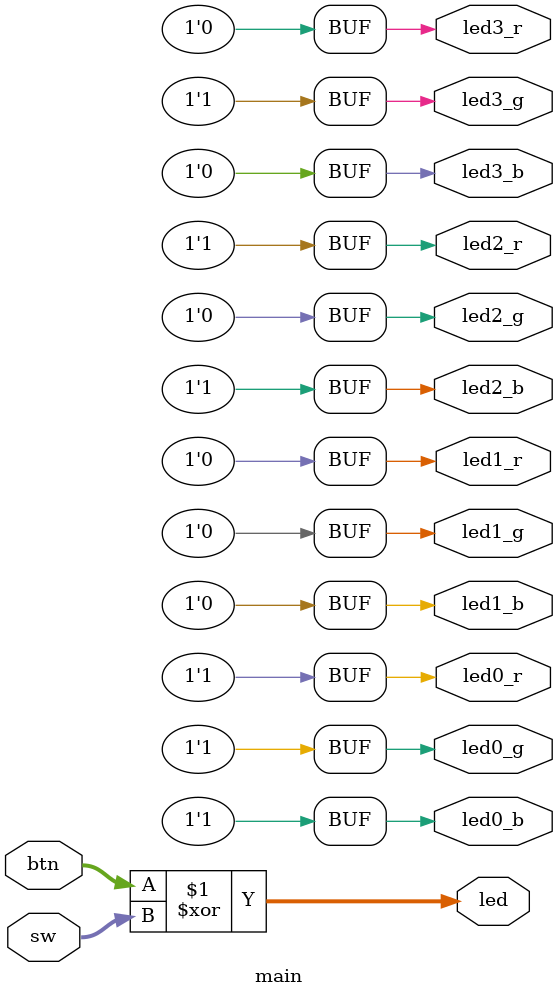
<source format=v>
module main( sw, btn, led, led0_b, led0_g, led0_r, led1_b, led1_g, led1_r, 
	led2_b, led2_g, led2_r, led3_b, led3_g, led3_r );

// board inputs
input [3:0] sw; // SW3 to SW0
input [3:0] btn; // BTN3 to BTN0

// board outputs
output [3:0] led; // LD7 to LD4
output led0_b, led0_g, led0_r; // LD0
output led1_b, led1_g, led1_r; // LD1
output led2_b, led2_g, led2_r; // LD2
output led3_b, led3_g, led3_r; // LD3

// LD0 = white
assign led0_r = 1'b1;
assign led0_g = 1'b1;
assign led0_b = 1'b1;

// LD1 = off
assign led1_r = 1'b0;
assign led1_g = 1'b0;
assign led1_b = 1'b0;

// LD2 = magenta
assign led2_r = 1'b1;
assign led2_g = 1'b0;
assign led2_b = 1'b1;

// LD3 = green
assign led3_r = 1'b0;
assign led3_g = 1'b1;
assign led3_b = 1'b0;

// light up either button or switch is on
assign led = btn ^ sw;

endmodule
</source>
